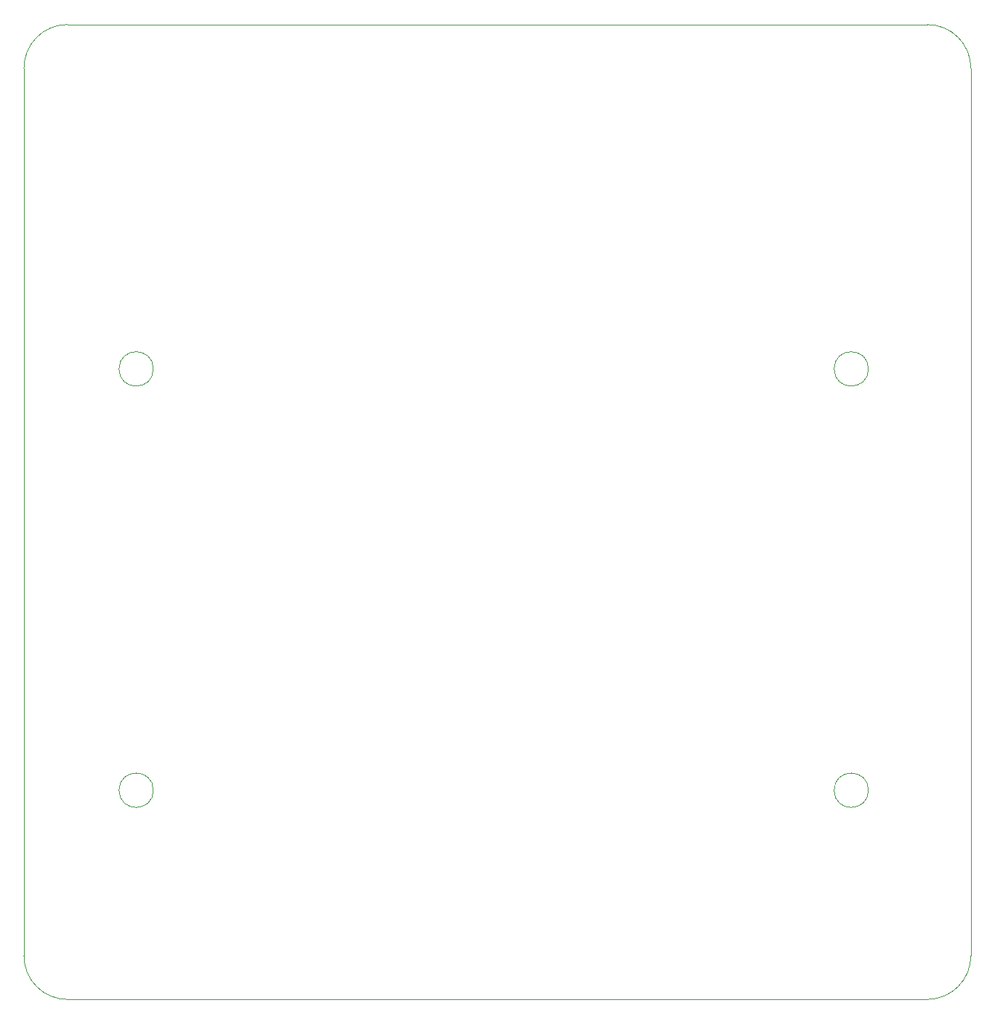
<source format=gbr>
G04 #@! TF.GenerationSoftware,KiCad,Pcbnew,(5.1.9-0-10_14)*
G04 #@! TF.CreationDate,2021-01-20T18:33:34+01:00*
G04 #@! TF.ProjectId,3DPrinter_Watercooling,33445072-696e-4746-9572-5f5761746572,rev?*
G04 #@! TF.SameCoordinates,Original*
G04 #@! TF.FileFunction,Profile,NP*
%FSLAX46Y46*%
G04 Gerber Fmt 4.6, Leading zero omitted, Abs format (unit mm)*
G04 Created by KiCad (PCBNEW (5.1.9-0-10_14)) date 2021-01-20 18:33:34*
%MOMM*%
%LPD*%
G01*
G04 APERTURE LIST*
G04 #@! TA.AperFunction,Profile*
%ADD10C,0.050000*%
G04 #@! TD*
G04 APERTURE END LIST*
D10*
X127000000Y-128270000D02*
X127000000Y-24940000D01*
X237315000Y-24940000D02*
X237315000Y-128270000D01*
X232235000Y-19860000D02*
X132080000Y-19860000D01*
X232235000Y-133350000D02*
X132080000Y-133350000D01*
X142080000Y-59950000D02*
G75*
G03*
X142080000Y-59950000I-2000000J0D01*
G01*
X225380000Y-59950000D02*
G75*
G03*
X225380000Y-59950000I-2000000J0D01*
G01*
X225380000Y-109000000D02*
G75*
G03*
X225380000Y-109000000I-2000000J0D01*
G01*
X142080000Y-109000000D02*
G75*
G03*
X142080000Y-109000000I-2000000J0D01*
G01*
X132080000Y-133350000D02*
G75*
G02*
X127000000Y-128270000I0J5080000D01*
G01*
X237315000Y-128270000D02*
G75*
G02*
X232235000Y-133350000I-5080000J0D01*
G01*
X232235000Y-19860000D02*
G75*
G02*
X237315000Y-24940000I0J-5080000D01*
G01*
X127000000Y-24940000D02*
G75*
G02*
X132080000Y-19860000I5080000J0D01*
G01*
M02*

</source>
